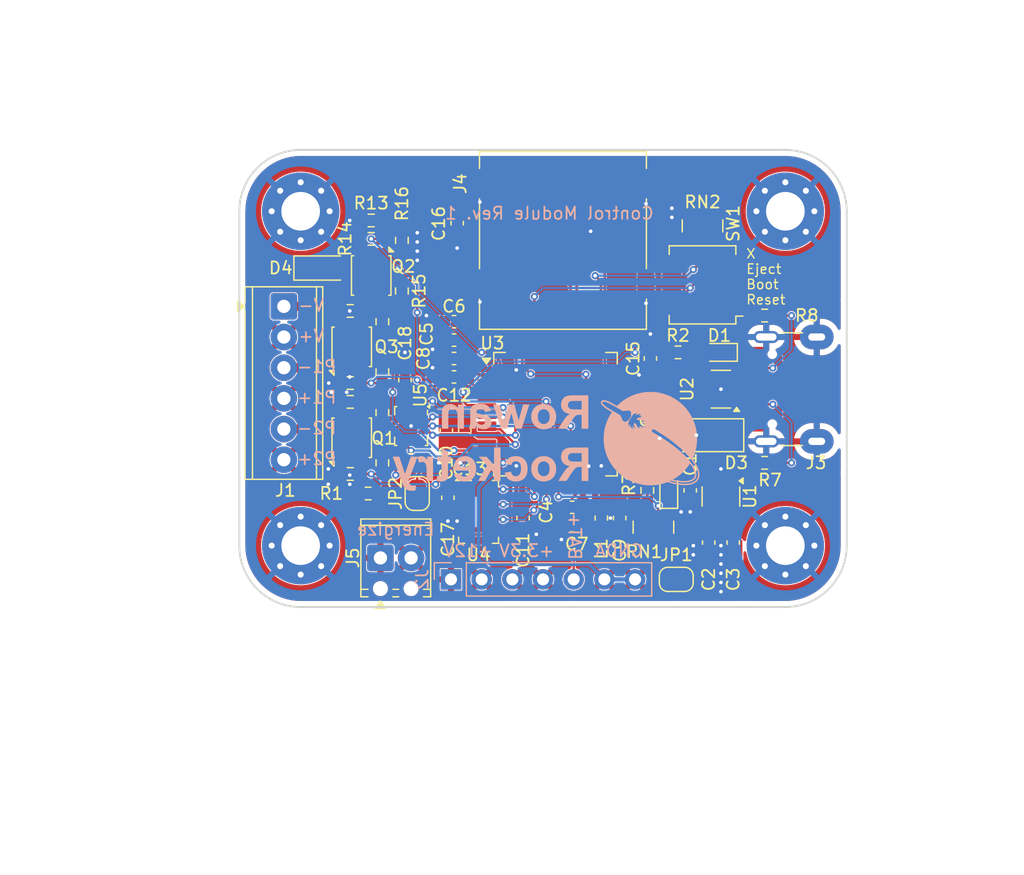
<source format=kicad_pcb>
(kicad_pcb (version 20241229) (generator "pcbnew") (generator_version "9.0")
  (layers (0 "F.Cu" signal) (2 "B.Cu" signal) (13 "F.Paste" user) (15 "B.Paste" user) (5 "F.SilkS" user "F.Silkscreen") (7 "B.SilkS" user "B.Silkscreen") (1 "F.Mask" user) (3 "B.Mask" user) (25 "Edge.Cuts" user))
  (net 0 "")
  (net 1 "/MCU/VDDSMPS")
  (net 2 "GNDD")
  (net 3 "+3.3V")
  (net 4 "/MCU/VDD11")
  (net 5 "+12V")
  (net 6 "GNDA")
  (net 7 "VDDA")
  (net 8 "/MCU/VBAT")
  (net 9 "/V_USB")
  (net 10 "/NRST")
  (net 11 "/MCU/SD_CLK")
  (net 12 "/MCU/SD_DAT0")
  (net 13 "/MCU/SD_CMD")
  (net 14 "/MCU/USB_DP")
  (net 15 "/MCU/USB_DN")
  (net 16 "/BOOT0")
  (net 17 "/SD_EJECT")
  (net 18 "/IMU Sensors/pres_mosi")
  (net 19 "/IMU Sensors/imu_int2")
  (net 20 "Net-(D1-A)")
  (net 21 "/IMU Sensors/imu_miso")
  (net 22 "/MicroSD Card/SD_DAT2")
  (net 23 "/IMU Sensors/pres_miso")
  (net 24 "/IMU Sensors/imu_sclk")
  (net 25 "/IMU Sensors/pres_sclk")
  (net 26 "/IMU Sensors/imu_int1")
  (net 27 "/IMU Sensors/pres_cs")
  (net 28 "/IMU Sensors/imu_mosi")
  (net 29 "/IMU Sensors/imu_cs")
  (net 32 "/MicroSD Card/SD_DAT3")
  (net 33 "/MicroSD Card/SD_DAT1")
  (net 35 "Net-(U1-BP)")
  (net 36 "Net-(D2-A)")
  (net 37 "/Pyro Controller 2/Out")
  (net 38 "/Pyro Controller 1/Out")
  (net 39 "/Valve Controller/Out")
  (net 40 "Net-(J3-D--PadA7)")
  (net 41 "Net-(J3-CC2)")
  (net 42 "Net-(J3-D+-PadA6)")
  (net 45 "Net-(J3-CC1)")
  (net 46 "Net-(U3-VLXSMPS)")
  (net 47 "Net-(Q1-G)")
  (net 48 "Net-(Q2-G)")
  (net 49 "Net-(Q3-G)")
  (net 74 "/Recovery Power")
  (net 75 "Net-(RN1-R1.2)")
  (net 76 "+BATT")
  (net 77 "Net-(RN1-R2.1)")
  (net 78 "/Bat Sense")
  (net 79 "/MCU/ADC1_IN15")
  (net 80 "/MCU/ADC1_IN5")
  (net 81 "/MCU/ADC1_IN6")
  (net 82 "/MCU/PYRO2_FIRE")
  (net 83 "/MCU/VALVE_FIRE")
  (net 84 "/MCU/PYRO1_FIRE")
  (net 85 "Net-(RN2-R4.2)")
  (footprint "Resistor_SMD:R_0603_1608Metric_Pad0.98x0.95mm_HandSolder" (layer "F.Cu") (at 127.161 77.978 90)
    (property "Reference" "R10" (hide yes))
    (property "Value" "1k")
  )
  (footprint "Resistor_SMD:R_0603_1608Metric_Pad0.98x0.95mm_HandSolder" (layer "F.Cu") (at 126.238 57.912)
    (property "Reference" "R13")
    (property "Value" "3.3k")
  )
  (footprint "Package_SO:Vishay_PowerPAK_1212-8_Single" (layer "F.Cu") (at 124.624 68.3755 90)
    (property "Reference" "Q3")
    (property "Value" "SiS454DN")
  )
  (footprint "MountingHole:MountingHole_3.2mm_M3_Pad_Via" (layer "F.Cu") (at 160.528 84.836)
    (property "Reference" "H1" (hide yes))
    (property "Value" "MountingHole_Pad")
  )
  (footprint "Resistor_SMD:R_0603_1608Metric_Pad0.98x0.95mm_HandSolder" (layer "F.Cu") (at 124.497 65.405)
    (property "Reference" "R20" (hide yes))
    (property "Value" "22k")
  )
  (footprint "Capacitor_SMD:C_0603_1608Metric_Pad1.08x0.95mm_HandSolder" (layer "F.Cu") (at 132.461 75.311 90)
    (property "Reference" "C10")
    (property "Value" "1uF")
  )
  (footprint "TerminalBlock_Phoenix:TerminalBlock_Phoenix_MPT-0,5-6-2.54_1x06_P2.54mm_Horizontal" (layer "F.Cu") (at 119.0045 65.024 -90)
    (property "Reference" "J1")
    (property "Value" "Screw_Terminal_01x06")
  )
  (footprint "Resistor_SMD:R_0603_1608Metric_Pad0.98x0.95mm_HandSolder" (layer "F.Cu") (at 124.497 72.932)
    (property "Reference" "R12" (hide yes))
    (property "Value" "22k")
  )
  (footprint "Resistor_SMD:R_0603_1608Metric" (layer "F.Cu") (at 151.638 68.834)
    (property "Reference" "R2")
    (property "Value" "1k")
  )
  (footprint "Package_SO:Vishay_PowerPAK_1212-8_Single" (layer "F.Cu") (at 124.624 75.9025 90)
    (property "Reference" "Q1")
    (property "Value" "SiS454DN")
  )
  (footprint "Resistor_SMD:R_Array_Convex_4x0612" (layer "F.Cu") (at 153.67 58.358 -90)
    (property "Reference" "RN2")
    (property "Value" "10k")
  )
  (footprint "MountingHole:MountingHole_3.2mm_M3_Pad_Via" (layer "F.Cu") (at 120.396 57.15)
    (property "Reference" "H4" (hide yes))
    (property "Value" "MountingHole_Pad")
  )
  (footprint "Capacitor_SMD:C_0603_1608Metric" (layer "F.Cu") (at 152.654 80.264 -90)
    (property "Reference" "C1")
    (property "Value" "1uF")
  )
  (footprint "Package_LGA:LGA-8_3x5mm_P1.25mm" (layer "F.Cu") (at 135.128 82.042)
    (property "Reference" "U4")
    (property "Value" "MS5607-02BA")
  )
  (footprint "Capacitor_SMD:C_0603_1608Metric_Pad1.08x0.95mm_HandSolder" (layer "F.Cu") (at 133.096 70.866 180)
    (property "Reference" "C12")
    (property "Value" "100nF")
  )
  (footprint "Capacitor_SMD:C_0603_1608Metric" (layer "F.Cu") (at 154.178 84.582 -90)
    (property "Reference" "C2")
    (property "Value" "0.01uF")
  )
  (footprint "Jumper:SolderJumper-2_P1.3mm_Open_RoundedPad1.0x1.5mm" (layer "F.Cu") (at 130.048 80.518 90)
    (property "Reference" "JP2")
    (property "Value" "SolderJumper_2_Open")
  )
  (footprint "Package_LGA:LGA-14_3x2.5mm_P0.5mm_LayoutBorder3x4y" (layer "F.Cu") (at 129.54 74.93 -90)
    (property "Reference" "U5")
    (property "Value" "LSM6DSL")
  )
  (footprint "MountingHole:MountingHole_3.2mm_M3_Pad_Via" (layer "F.Cu") (at 120.396 84.836)
    (property "Reference" "H3" (hide yes))
    (property "Value" "MountingHole_Pad")
  )
  (footprint "Resistor_SMD:R_0603_1608Metric_Pad0.98x0.95mm_HandSolder" (layer "F.Cu") (at 126.238 59.436 180)
    (property "Reference" "R14")
    (property "Value" "1k")
  )
  (footprint "Capacitor_SMD:C_0603_1608Metric_Pad1.08x0.95mm_HandSolder" (layer "F.Cu") (at 142.875 81.661 180)
    (property "Reference" "C4")
    (property "Value" "10uF")
  )
  (footprint "Resistor_SMD:R_0603_1608Metric_Pad0.98x0.95mm_HandSolder" (layer "F.Cu") (at 128.778 59.563 -90)
    (property "Reference" "R16")
    (property "Value" "22k")
  )
  (footprint "Capacitor_SMD:C_0603_1608Metric" (layer "F.Cu") (at 156.21 84.582 -90)
    (property "Reference" "C3")
    (property "Value" "1uF")
  )
  (footprint "Resistor_SMD:R_0603_1608Metric_Pad0.98x0.95mm_HandSolder" (layer "F.Cu") (at 127.161 66.294 -90)
    (property "Reference" "R19" (hide yes))
    (property "Value" "100k")
  )
  (footprint "Resistor_SMD:R_0603_1608Metric" (layer "F.Cu") (at 125.984 80.518)
    (property "Reference" "R1")
    (property "Value" "1k")
  )
  (footprint "Resistor_SMD:R_0603_1608Metric" (layer "F.Cu") (at 158.813 65.786 180)
    (property "Reference" "R8")
    (property "Value" "5.1k")
  )
  (footprint "Package_TO_SOT_SMD:SOT-23-5" (layer "F.Cu") (at 155.194 80.772 -90)
    (property "Reference" "U1")
    (property "Value" "TC2185-3.3VxCTTR")
  )
  (footprint "Resistor_SMD:R_0603_1608Metric" (layer "F.Cu") (at 158.813 77.978 180)
    (property "Reference" "R7")
    (property "Value" "5.1k")
  )
  (footprint "Jumper:SolderJumper-2_P1.3mm_Open_RoundedPad1.0x1.5mm" (layer "F.Cu") (at 151.496 87.63 180)
    (property "Reference" "JP1")
    (property "Value" "SolderJumper_2_Open")
  )
  (footprint "Diode_SMD:D_SOD-123F" (layer "F.Cu") (at 122.047 61.849)
    (property "Reference" "D4")
    (property "Value" "B350A-13-F")
  )
  (footprint "Resistor_SMD:R_0603_1608Metric_Pad0.98x0.95mm_HandSolder" (layer "F.Cu") (at 128.778 63.754 -90)
    (property "Reference" "R15")
    (property "Value" "100k")
  )
  (footprint "Resistor_SMD:R_0603_1608Metric_Pad0.98x0.95mm_HandSolder" (layer "F.Cu") (at 124.497 78.901)
    (property "Reference" "R9" (hide yes))
    (property "Value" "3.3k")
  )
  (footprint "TerminalBlock_Phoenix:TerminalBlock_Phoenix_MPT-0,5-2-2.54_1x02_P2.54mm_Horizontal" (layer "F.Cu") (at 127 85.852)
    (property "Reference" "J5")
    (property "Value" "Screw_Terminal_01x02")
  )
  (footprint "MountingHole:MountingHole_3.2mm_M3_Pad_Via" (layer "F.Cu") (at 160.528 57.15)
    (property "Reference" "H2" (hide yes))
    (property "Value" "MountingHole_Pad")
  )
  (footprint "Capacitor_SMD:C_0603_1608Metric_Pad1.08x0.95mm_HandSolder" (layer "F.Cu") (at 133.359 58.1345 -90)
    (property "Reference" "C16")
    (property "Value" "10u")
  )
  (footprint "Capacitor_SMD:C_0603_1608Metric_Pad1.08x0.95mm_HandSolder" (layer "F.Cu") (at 133.096 69.342 180)
    (property "Reference" "C8")
    (property "Value" "100nF")
  )
  (footprint "Capacitor_SMD:C_0603_1608Metric_Pad1.08x0.95mm_HandSolder" (layer "F.Cu") (at 149.098 76.835 90)
    (property "Reference" "C14")
    (property "Value" "100nF")
  )
  (footprint "Resistor_SMD:R_Array_Convex_4x0612" (layer "F.Cu") (at 149.606 83.312 90)
    (property "Reference" "RN1")
    (property "Value" "10k")
  )
  (footprint "Package_TO_SOT_SMD:SOT-23-6" (layer "F.Cu") (at 155.194 71.882 180)
    (property "Reference" "U2")
    (property "Value" "USBLC6-2SC6")
  )
  (footprint "Resistor_SMD:R_0603_1608Metric_Pad0.98x0.95mm_HandSolder" (layer "F.Cu") (at 127.161 73.821 -90)
    (property "Reference" "R11" (hide yes))
    (property "Value" "100k")
  )
  (footprint "Button_Switch_SMD:SW_DIP_SPSTx04_Slide_Copal_CHS-04A_W5.08mm_P1.27mm_JPin" (layer "F.Cu") (at 153.67 63.246 180)
    (property "Reference" "SW1")
    (property "Value" "SW_DIP_x04")
  )
  (footprint "Capacitor_SMD:C_0603_1608Metric_Pad1.08x0.95mm_HandSolder" (layer "F.Cu") (at 133.985 75.311 90)
    (property "Reference" "C13")
    (property "Value" "100nF")
  )
  (footprint "Capacitor_SMD:C_0603_1608Metric_Pad1.08x0.95mm_HandSolder" (layer "F.Cu") (at 142.875 83.185 180)
    (property "Reference" "C7")
    (property "Value" "100nF")
  )
  (footprint "Capacitor_SMD:C_0603_1608Metric_Pad1.08x0.95mm_HandSolder" (layer "F.Cu") (at 133.096 66.294 180)
    (property "Reference" "C6")
    (property "Value" "2.2uF")
  )
  (footprint "Capacitor_SMD:C_0603_1608Metric_Pad1.08x0.95mm_HandSolder" (layer "F.Cu") (at 138.811 82.55 -90)
    (property "Reference" "C11")
    (property "Value" "100nF")
  )
  (footprint "Connector_Card:microSD_HC_Molex_47219-2001" (layer "F.Cu") (at 142.113 59.563)
    (property "Reference" "J4")
    (property "Value" "Micro_SD_Card")
  )
  (footprint "Resistor_SMD:R_0603_1608Metric_Pad0.98x0.95mm_HandSolder" (layer "F.Cu") (at 127.161 70.451 90)
    (property "Reference" "R18" (hide yes))
    (property "Value" "1k")
  )
  (footprint "Capacitor_SMD:C_0603_1608Metric_Pad1.08x0.95mm_HandSolder" (layer "F.Cu") (at 129.54 77.724)
    (property "Reference" "C19" (hide yes))
    (property "Value" "100nF")
  )
  (footprint "Capacitor_SMD:C_0603_1608Metric_Pad1.08x0.95mm_HandSolder" (layer "F.Cu") (at 132.588 80.8725 -90)
    (property "Reference" "C17")
    (property "Value" "100nF")
  )
  (footprint "Capacitor_SMD:C_0603_1608Metric_Pad1.08x0.95mm_HandSolder" (layer "F.Cu") (at 146.812 82.55 -90)
    (property "Reference" "C9")
    (property "Value" "2.2uF")
  )
  (footprint "Resistor_SMD:R_0603_1608Metric" (layer "F.Cu") (at 149.098 80.264 -90)
    (property "Reference" "R3")
    (property "Value" "1k")
  )
  (footprint "LED_SMD:LED_0603_1608Metric" (layer "F.Cu") (at 150.876 80.264 90)
    (property "Reference" "D2")
    (property "Value" "LED")
  )
  (footprint "LED_SMD:LED_0603_1608Metric" (layer "F.Cu") (at 155.067 68.834 180)
    (property "Reference" "D1")
    (property "Value" "LED")
  )
  (footprint "Capacitor_SMD:C_0603_1608Metric_Pad1.08x0.95mm_HandSolder" (layer "F.Cu") (at 129.032 71.12 90)
    (property "Reference" "C18")
    (property "Value" "10uF")
  )
  (footprint "Capacitor_SMD:C_0603_1608Metric_Pad1.08x0.95mm_HandSolder" (layer "F.Cu") (at 133.096 67.818 180)
    (property "Reference" "C5")
    (property "Value" "10uF")
  )
  (footprint "Diode_SMD:D_SOD-128" (layer "F.Cu") (at 153.924 75.692 180)
    (property "Reference" "D3")
    (property "Value" "VS5V0UA1LAMTR")
  )
  (footprint "Resistor_SMD:R_0603_1608Metric_Pad0.98x0.95mm_HandSolder" (layer "F.Cu") (at 124.497 71.374)
    (property "Reference" "R17" (hide yes))
    (property "Value" "3.3k")
  )
  (footprint "Package_SO:Vishay_PowerPAK_1212-8_Single" (layer "F.Cu") (at 126.238 62.4685 -90)
    (property "Reference" "Q2")
    (property "Value" "SiS454DN")
  )
  (footprint "Connector_USB:USB_C_Receptacle_GCT_USB4105-xx-A_16P_TopMnt_Horizontal" (layer "F.Cu") (at 162.052 71.882 90)
    (property "Reference" "J3")
    (property "Value" "USB_C_Receptacle_USB2.0_16P")
  )
  (footprint "Inductor_SMD:L_0603_1608Metric_Pad1.05x0.95mm_HandSolder" (layer "F.Cu") (at 145.288 82.55 -90)
    (property "Reference" "L1")
    (property "Value" "2.2uH")
  )
  (footprint "Package_QFP:LQFP-64_10x10mm_P0.5mm" (layer "F.Cu") (at 141.499 73.951)
    (property "Reference" "U3")
    (property "Value" "STM32U545RETxQ")
  )
  (footprint "Capacitor_SMD:C_0603_1608Metric_Pad1.08x0.95mm_HandSolder" (layer "F.Cu") (at 149.352 69.342 90)
    (property "Reference" "C15")
    (property "Value" "100nF")
  )
  (footprint "Connector_PinHeader_2.54mm:PinHeader_1x07_P2.54mm_Vertical" (layer "B.Cu") (at 132.842 87.63 -90)
    (property "Reference" "J2")
    (property "Value" "Conn_01x07_Pin")
  )
  (footprint "LOGO" (layer "B.Cu") (at 140.716 76.2 180)
    (property "Reference" "G***" (hide yes))
    (property "Value" "LOGO" (hide yes))
  )
  (gr_line (start 160.528 52.069998) (end 120.396002 52.069998) (stroke (width 0.16)) (layer "Edge.Cuts"))
  (gr_arc (start 115.316 57.15) (mid 116.803898 53.557897) (end 120.396002 52.069998) (stroke (width 0.16)) (layer "Edge.Cuts"))
  (gr_line (start 115.316 57.15) (end 115.316 84.836) (stroke (width 0.16)) (layer "Edge.Cuts"))
  (gr_line (start 120.396002 89.916002) (end 160.528 89.916002) (stroke (width 0.16)) (layer "Edge.Cuts"))
  (gr_line (start 165.608002 84.836) (end 165.608002 57.15) (stroke (width 0.16)) (layer "Edge.Cuts"))
  (gr_arc (start 160.528 52.069998) (mid 164.120104 53.557896) (end 165.608002 57.15) (stroke (width 0.16)) (layer "Edge.Cuts"))
  (gr_arc (start 165.608002 84.836) (mid 164.120104 88.428104) (end 160.528 89.916002) (stroke (width 0.16)) (layer "Edge.Cuts"))
  (gr_arc (start 120.396002 89.916002) (mid 116.803897 88.428105) (end 115.316 84.836) (stroke (width 0.16)) (layer "Edge.Cuts"))
  (gr_text "X\nEject\nBoot\nReset" (at 157.226 64.931 0) (layer "F.SilkS") (effects (font (size 0.7874 0.7874) (thickness 0.112486)) (justify left bottom)))
  (gr_text "P2+" (at 123.444 78.232 0) (layer "B.SilkS") (effects (font (size 1.016 1.016) (thickness 0.145143)) (justify left bottom mirror)))
  (gr_text "P1+" (at 123.444 73.152 0) (layer "B.SilkS") (effects (font (size 1.016 1.016) (thickness 0.145143)) (justify left bottom mirror)))
  (gr_text "+3.3V" (at 141.478 85.852 0) (layer "B.SilkS") (effects (font (size 1.016 1.016) (thickness 0.145143)) (justify left bottom mirror)))
  (gr_text "P2-" (at 123.444 75.692 0) (layer "B.SilkS") (effects (font (size 1.016 1.016) (thickness 0.145143)) (justify left bottom mirror)))
  (gr_text "P1-" (at 123.444 70.612 0) (layer "B.SilkS") (effects (font (size 1.016 1.016) (thickness 0.145143)) (justify left bottom mirror)))
  (gr_text "V+" (at 122.428 68.072 0) (layer "B.SilkS") (effects (font (size 1.016 1.016) (thickness 0.145143)) (justify left bottom mirror)))
  (gr_text "+12V" (at 136.398 85.852 0) (layer "B.SilkS") (effects (font (size 1.016 1.016) (thickness 0.145143)) (justify left bottom mirror)))
  (gr_text "GNDA" (at 148.844 85.852 0) (layer "B.SilkS") (effects (font (size 1.016 1.016) (thickness 0.145143)) (justify left bottom mirror)))
  (gr_text "BAT+" (at 142.494 86.106 270) (layer "B.SilkS") (effects (font (size 1.016 1.016) (thickness 0.145143)) (justify left bottom mirror)))
  (gr_text "Energize" (at 131.572 84.074 0) (layer "B.SilkS") (effects (font (size 1.016 1.016) (thickness 0.145143)) (justify left bottom mirror)))
  (gr_text "V-" (at 122.428 65.532 0) (layer "B.SilkS") (effects (font (size 1.016 1.016) (thickness 0.145143)) (justify left bottom mirror)))
  (gr_text "Control Module Rev. 1" (at 140.987 57.912 0) (layer "B.SilkS") (effects (font (size 1.016 1.016) (thickness 0.145143)) (justify bottom mirror)))
  (segment (start 143.761 79.638) (end 143.749 79.626) (width 0.2) (layer "F.Cu") (net 1))
  (segment (start 133.359 58.997) (end 133.359 60.189) (width 0.2) (layer "F.Cu") (net 2))
  (segment (start 125.3255 57.912) (end 124.46 57.912) (width 0.2) (layer "F.Cu") (net 2))
  (segment (start 150.0875 75.9725) (end 150.114 75.946) (width 0.2) (layer "F.Cu") (net 2))
  (segment (start 149.098 75.9725) (end 150.0875 75.9725) (width 0.2) (layer "F.Cu") (net 2))
  (segment (start 131.318 77.978) (end 131.064 77.724) (width 0.2) (layer "F.Cu") (net 2))
  (segment (start 151.6635 81.0515) (end 150.876 81.0515) (width 0.2) (layer "F.Cu") (net 2))
  (segment (start 148.988 54.863) (end 148.988 56.532) (width 0.2) (layer "F.Cu") (net 2))
  (segment (start 148.298 70.701) (end 147.174 70.701) (width 0.2) (layer "F.Cu") (net 2))
  (segment (start 151.892 81.28) (end 151.6635 81.0515) (width 0.2) (layer "F.Cu") (net 2))
  (segment (start 155.194 79.6345) (end 155.194 78.486) (width 0.2) (layer "F.Cu") (net 2))
  (segment (start 146.05 82.55) (end 146.558 82.55) (width 0.2) (layer "F.Cu") (net 2))
  (segment (start 130.81 65.786) (end 131.318 66.294) (width 0.2) (layer "F.Cu") (net 2))
  (segment (start 145.249 78.271) (end 145.249 79.626) (width 0.2) (layer "F.Cu") (net 2))
  (segment (start 156.3315 71.882) (end 155.194 71.882) (width 0.2) (layer "F.Cu") (net 2))
  (segment (start 135.238 54.863) (end 135.238 56.388) (width 0.2) (layer "F.Cu") (net 2))
  (segment (start 129.032 70.2575) (end 129.032 68.834) (width 0.2) (layer "F.Cu") (net 2))
  (segment (start 151.892 82.042) (end 151.892 81.28) (width 0.2) (layer "F.Cu") (net 2))
  (segment (start 152.654 81.039) (end 152.654 82.042) (width 0.2) (layer "F.Cu") (net 2))
  (segment (start 138.249 79.626) (end 138.249 78.232) (width 0.2) (layer "F.Cu") (net 2))
  (segment (start 151.724 75.692) (end 153.162 75.692) (width 0.2) (layer "F.Cu") (net 2))
  (segment (start 135.238 56.388) (end 135.238 56.498) (width 0.2) (layer "F.Cu") (net 2))
  (segment (start 133.359 60.189) (end 133.35 60.198) (width 0.2) (layer "F.Cu") (net 2))
  (segment (start 131.318 66.294) (end 132.2335 66.294) (width 0.2) (layer "F.Cu") (net 2))
  (segment (start 148.988 64.77) (end 148.988 64.88) (width 0.2) (layer "F.Cu") (net 2))
  (segment (start 144.408 57.463) (end 144.408 58.81) (width 0.2) (layer "F.Cu") (net 2))
  (segment (start 131.064 77.724) (end 130.4025 77.724) (width 0.2) (layer "F.Cu") (net 2))
  (segment (start 135.238 63.163) (end 135.238 64.66) (width 0.2) (layer "F.Cu") (net 2))
  (segment (start 123.5845 65.405) (end 124.46 65.405) (width 0.2) (layer "F.Cu") (net 2))
  (segment (start 139.909427 83.896757) (end 139.42517 83.4125) (width 0.2) (layer "F.Cu") (net 2))
  (segment (start 148.988 63.163) (end 148.988 64.77) (width 0.2) (layer "F.Cu") (net 2))
  (segment (start 149.352 68.4795) (end 149.352 67.31) (width 0.2) (layer "F.Cu") (net 2))
  (segment (start 131.826 77.978) (end 131.318 77.978) (width 0.2) (layer "F.Cu") (net 2))
  (segment (start 144.249 78.255) (end 144.249 79.626) (width 0.2) (layer "F.Cu") (net 2))
  (segment (start 146.812 82.804) (end 146.812 83.4125) (width 0.2) (layer "F.Cu") (net 2))
  (segment (start 138.249 68.276) (end 138.249 70.285) (width 0.2) (layer "F.Cu") (net 2))
  (segment (start 145.288 78.232) (end 145.249 78.271) (width 0.2) (layer "F.Cu") (net 2))
  (segment (start 146.558 82.55) (end 146.812 82.804) (width 0.2) (layer "F.Cu") (net 2))
  (segment (start 139.42517 83.4125) (end 138.811 83.4125) (width 0.2) (layer "F.Cu") (net 2))
  (via (at 122.722 71.374) (size 0.6) (drill 0.3) (layers "F.Cu" "B.Cu") (net 2))
  (via (at 155.194 78.486) (size 0.6) (drill 0.3) (layers "F.Cu" "B.Cu") (net 2))
  (via (at 124.206 72.136) (size 0.6) (drill 0.3) (layers "F.Cu" "B.Cu") (net 2))
  (via (at 131.318 70.104) (size 0.6) (drill 0.3) (layers "F.Cu" "B.Cu") (net 2))
  (via (at 150.114 75.946) (size 0.6) (drill 0.3) (layers "F.Cu" "B.Cu") (net 2))
  (via (at 133.35 60.198) (size 0.6) (drill 0.3) (layers "F.Cu" "B.Cu") (net 2))
  (via (at 138.249 70.285) (size 0.6) (drill 0.3) (layers "F.Cu" "B.Cu") (net 2))
  (via (at 124.46 65.405) (size 0.6) (drill 0.3) (layers "F.Cu" "B.Cu") (net 2))
  (via (at 151.892 82.042) (size 0.6) (drill 0.3) (layers "F.Cu" "B.Cu") (net 2))
  (via (at 155.194 87.122) (size 0.6) (drill 0.3) (layers "F.Cu" "B.Cu") (net 2))
  (via (at 130.048 61.214) (size 0.6) (drill 0.3) (layers "F.Cu" "B.Cu") (net 2))
  (via (at 135.238 64.66) (size 0.6) (drill 0.3) (layers "F.Cu" "B.Cu") (net 2))
  (via (at 151.13 56.896) (size 0.6) (drill 0.3) (layers "F.Cu" "B.Cu") (net 2))
  (via (at 155.194 84.836) (size 0.6) (drill 0.3) (layers "F.Cu" "B.Cu") (net 2))
  (via (at 148.988 64.77) (size 0.6) (drill 0.3) (layers "F.Cu" "B.Cu") (net 2))
  (via (at 155.194 87.884) (size 0.6) (drill 0.3) (layers "F.Cu" "B.Cu") (net 2))
  (via (at 129.54 74.93) (size 0.6) (drill 0.3) (layers "F.Cu" "B.Cu") (net 2))
  (via (at 144.408 58.81) (size 0.6) (drill 0.3) (layers "F.Cu" "B.Cu") (net 2))
  (via (at 129.032 68.834) (size 0.6) (drill 0.3) (layers "F.Cu" "B.Cu") (net 2))
  (via (at 131.318 68.58) (size 0.6) (drill 0.3) (layers "F.Cu" "B.Cu") (net 2))
  (via (at 155.194 85.598) (size 0.6) (drill 0.3) (layers "F.Cu" "B.Cu") (net 2))
  (via (at 135.238 56.388) (size 0.6) (drill 0.3) (layers "F.Cu" "B.Cu") (net 2))
  (via (at 124.46 79.756) (size 0.6) (drill 0.3) (layers "F.Cu" "B.Cu") (net 2))
  (via (at 131.826 77.978) (size 0.6) (drill 0.3) (layers "F.Cu" "B.Cu") (net 2))
  (via (at 124.46 70.866) (size 0.6) (drill 0.3) (layers "F.Cu" "B.Cu") (net 2))
  (via (at 130.048 59.69) (size 0.6) (drill 0.3) (layers "F.Cu" "B.Cu") (net 2))
  (via (at 152.908 84.836) (size 0.6) (drill 0.3) (layers "F.Cu" "B.Cu") (net 2))
  (via (at 132.588 82.804) (size 0.6) (drill 0.3) (layers "F.Cu" "B.Cu") (net 2))
  (via (at 146.05 82.55) (size 0.6) (drill 0.3) (layers "F.Cu" "B.Cu") (net 2))
  (via (at 155.194 86.36) (size 0.6) (drill 0.3) (layers "F.Cu" "B.Cu") (net 2))
  (via (at 141.986 84.328) (size 0.6) (drill 0.3) (layers "F.Cu" "B.Cu") (net 2))
  (via (at 153.162 75.692) (size 0.6) (drill 0.3) (layers "F.Cu" "B.Cu") (net 2))
  (via (at 130.048 60.452) (size 0.6) (drill 0.3) (layers "F.Cu" "B.Cu") (net 2))
  (via (at 133.35 82.804) (size 0.6) (drill 0.3) (layers "F.Cu" "B.Cu") (net 2))
  (via (at 149.352 67.31) (size 0.6) (drill 0.3) (layers "F.Cu" "B.Cu") (net 2))
  (via (at 122.682 79.756) (size 0.6) (drill 0.3) (layers "F.Cu" "B.Cu") (net 2))
  (via (at 148.4122 70.701) (size 0.6) (drill 0.3) (layers "F.Cu" "B.Cu") (net 2))
  (via (at 139.909427 83.896757) (size 0.6) (drill 0.3) (layers "F.Cu" "B.Cu") (net 2))
  (via (at 148.988 56.532) (size 0.6) (drill 0.3) (layers "F.Cu" "B.Cu") (net 2))
  (via (at 152.654 82.042) (size 0.6) (drill 0.3) (layers "F.Cu" "B.Cu") (net 2))
  (via (at 138.249 78.232) (size 0.6) (drill 0.3) (layers "F.Cu" "B.Cu") (net 2))
  (via (at 130.048 58.928) (size 0.6) (drill 0.3) (layers "F.Cu" "B.Cu") (net 2))
  (via (at 155.194 71.882) (size 0.6) (drill 0.3) (layers "F.Cu" "B.Cu") (net 2))
  (via (at 122.682 78.486) (size 0.6) (drill 0.3) (layers "F.Cu" "B.Cu") (net 2))
  (via (at 130.81 65.786) (size 0.6) (drill 0.3) (layers "F.Cu" "B.Cu") (net 2))
  (via (at 152.908 85.598) (size 0.6) (drill 0.3) (layers "F.Cu" "B.Cu") (net 2))
  (via (at 122.936 72.136) (size 0.6) (drill 0.3) (layers "F.Cu" "B.Cu") (net 2))
  (via (at 151.13 57.658) (size 0.6) (drill 0.3) (layers "F.Cu" "B.Cu") (net 2))
  (via (at 145.288 78.232) (size 0.6) (drill 0.3) (layers "F.Cu" "B.Cu") (net 2))
  (via (at 124.46 57.912) (size 0.6) (drill 0.3) (layers "F.Cu" "B.Cu") (net 2))
  (via (at 155.194 88.646) (size 0.6) (drill 0.3) (layers "F.Cu" "B.Cu") (net 2))
  (via (at 124.46 78.994) (size 0.6) (drill 0.3) (layers "F.Cu" "B.Cu") (net 2))
  (via (at 144.249 78.255) (size 0.6) (drill 0.3) (layers "F.Cu" "B.Cu") (net 2))
  (segment (start 156.144 81.9095) (end 156.144 83.741) (width 0.2) (layer "F.Cu") (net 3))
  (segment (start 156.144 83.741) (end 156.21 83.807) (width 0.2) (layer "F.Cu") (net 3))
  (segment (start 138.749 69.915) (end 139.446 70.612) (width 0.2) (layer "F.Cu") (net 4))
  (segment (start 144.018 77.247) (end 144.018 70.643) (width 0.2) (layer "F.Cu") (net 4))
  (segment (start 138.049 66.294) (end 133.7575 66.294) (width 0.2) (layer "F.Cu") (net 4))
  (segment (start 138.749 68.276) (end 138.749 66.994) (width 0.2) (layer "F.Cu") (net 4))
  (segment (start 144.749 77.978) (end 144.018 77.247) (width 0.2) (layer "F.Cu") (net 4))
  (segment (start 138.749 68.276) (end 138.749 69.915) (width 0.2) (layer "F.Cu") (net 4))
  (segment (start 144.749 79.626) (end 144.749 77.978) (width 0.2) (layer "F.Cu") (net 4))
  (segment (start 138.749 66.994) (end 138.049 66.294) (width 0.2) (layer "F.Cu") (net 4))
  (via (at 144.018 70.643) (size 0.6) (drill 0.3) (layers "F.Cu" "B.Cu") (net 4))
  (via (at 139.446 70.612) (size 0.6) (drill 0.3) (layers "F.Cu" "B.Cu") (net 4))
  (segment (start 139.477 70.643) (end 139.446 70.612) (width 0.2) (layer "B.Cu") (net 4))
  (segment (start 144.018 70.643) (end 139.477 70.643) (width 0.2) (layer "B.Cu") (net 4))
  (segment (start 137.16 77.978) (end 137.16 76.2) (width 0.3556) (layer "F.Cu") (net 6))
  (via (at 137.16 77.978) (size 0.6) (drill 0.3) (layers "F.Cu" "B.Cu") (net 6))
  (segment (start 136.144 86.36) (end 144.272 86.36) (width 0.3556) (layer "B.Cu") (net 6))
  (segment (start 135.128 80.01) (end 135.128 85.344) (width 0.3556) (layer "B.Cu") (net 6))
  (segment (start 137.16 77.978) (end 135.128 80.01) (width 0.3556) (layer "B.Cu") (net 6))
  (segment (start 148.082 87.63) (end 145.542 87.63) (width 0.3556) (layer "B.Cu") (net 6))
  (segment (start 144.272 86.36) (end 145.542 87.63) (width 0.3556) (layer "B.Cu") (net 6))
  (segment (start 135.128 85.344) (end 136.144 86.36) (width 0.3556) (layer "B.Cu") (net 6))
  (segment (start 130.556 78.486) (end 132.08 78.486) (width 0.2) (layer "F.Cu") (net 7))
  (segment (start 132.08 78.486) (end 132.461 78.105) (width 0.2) (layer "F.Cu") (net 7))
  (segment (start 130.048 78.994) (end 130.556 78.486) (width 0.2) (layer "F.Cu") (net 7))
  (segment (start 130.048 79.868) (end 130.048 78.994) (width 0.2) (layer "F.Cu") (net 7))
  (segment (start 132.461 78.105) (end 132.461 76.1735) (width 0.2) (layer "F.Cu") (net 7))
  (segment (start 150.46 70.203) (end 148.844 70.203) (width 0.1778) (layer "F.Cu") (net 9))
  (segment (start 150.813 69.85) (end 150.813 68.834) (width 0.1778) (layer "F.Cu") (net 9))
  (segment (start 150.813 69.85) (end 156.718 69.85) (width 0.1778) (layer "F.Cu") (net 9))
  (segment (start 157.086 69.482) (end 158.372 69.482) (width 0.1778) (layer "F.Cu") (net 9))
  (segment (start 150.813 68.9215) (end 150.7255 68.834) (width 0.1778) (layer "F.Cu") (net 9))
  (segment (start 150.813 69.85) (end 150.46 70.203) (width 0.1778) (layer "F.Cu") (net 9))
  (segment (start 148.842 70.201) (end 148.844 70.203) (width 0.1778) (layer "F.Cu") (net 9))
  (segment (start 147.174 70.201) (end 148.842 70.201) (width 0.1778) (layer "F.Cu") (net 9))
  (segment (start 156.718 69.85) (end 157.086 69.482) (width 0.1778) (layer "F.Cu") (net 9))
  (segment (start 152.273 65.151) (end 154.94 62.484) (width 0.2) (layer "F.Cu") (net 10))
  (segment (start 134.161 73.201) (end 133.858 72.898) (width 0.2) (layer "F.Cu") (net 10))
  (segment (start 148.082 66.802) (end 149.733 65.151) (width 0.2) (layer "F.Cu") (net 10))
  (segment (start 148.082 68.834) (end 148.082 66.802) (width 0.2) (layer "F.Cu") (net 10))
  (segment (start 149.733 65.151) (end 151.13 65.151) (width 0.2) (layer "F.Cu") (net 10))
  (segment (start 154.94 62.484) (end 154.94 59.058) (width 0.2) (layer "F.Cu") (net 10))
  (segment (start 133.858 72.898) (end 133.858 72.136) (width 0.2) (layer "F.Cu") (net 10))
  (segment (start 135.824 73.201) (end 134.161 73.201) (width 0.2) (layer "F.Cu") (net 10))
  (segment (start 152.273 65.151) (end 151.13 65.151) (width 0.2) (layer "F.Cu") (net 10))
  (via (at 148.082 68.834) (size 0.6) (drill 0.3) (layers "F.Cu" "B.Cu") (net 10))
  (via (at 133.858 72.136) (size 0.6) (drill 0.3) (layers "F.Cu" "B.Cu") (net 10))
  (segment (start 147.32 68.834) (end 146.558 69.596) (width 0.2) (layer "B.Cu") (net 10))
  (segment (start 136.398 69.596) (end 133.858 72.136) (width 0.2) (layer "B.Cu") (net 10))
  (segment (start 146.558 69.596) (end 136.398 69.596) (width 0.2) (layer "B.Cu") (net 10))
  (segment (start 148.082 68.834) (end 147.32 68.834) (width 0.2) (layer "B.Cu") (net 10))
  (segment (start 143.249 57.531) (end 143.181 57.463) (width 0.2) (layer "F.Cu") (net 11))
  (segment (start 143.249 68.276) (end 143.249 57.531) (width 0.2) (layer "F.Cu") (net 11))
  (segment (start 145.948 74.701) (end 145.5762 74.3292) (width 0.2) (layer "F.Cu") (net 12))
  (segment (start 145.5762 74.3292) (end 145.5762 57.6582) (width 0.2) (layer "F.Cu") (net 12))
  (segment (start 145.5762 57.6582) (end 145.381 57.463) (width 0.2) (layer "F.Cu") (net 12))
  (segment (start 147.174 74.701) (end 145.948 74.701) (width 0.2) (layer "F.Cu") (net 12))
  (segment (start 141.097 57.579) (end 140.981 57.463) (width 0.2) (layer "F.Cu") (net 13))
  (segment (start 142.749 63.374) (end 141.097 61.722) (width 0.2) (layer "F.Cu") (net 13))
  (segment (start 142.749 68.276) (end 142.749 63.374) (width 0.2) (layer "F.Cu") (net 13))
  (segment (start 141.097 61.722) (end 141.097 57.579) (width 0.2) (layer "F.Cu") (net 13))
  (segment (start 152.327 71.701) (end 147.174 71.701) (width 0.2) (layer "F.Cu") (net 14))
  (segment (start 154.0565 70.932) (end 153.096 70.932) (width 0.2) (layer "F.Cu") (net 14))
  (segment (start 153.096 70.932) (end 152.327 71.701) (width 0.2) (layer "F.Cu") (net 14))
  (segment (start 152.338 72.201) (end 147.174 72.201) (width 0.2) (layer "F.Cu") (net 15))
  (segment (start 152.969 72.832) (end 152.338 72.201) (width 0.2) (layer "F.Cu") (net 15))
  (segment (start 154.0565 72.832) (end 152.969 72.832) (width 0.2) (layer "F.Cu") (net 15))
  (segment (start 152.273 63.881) (end 152.654 63.5) (width 0.2) (layer "F.Cu") (net 16))
  (segment (start 152.654 63.5) (end 154.07 62.084) (width 0.2) (layer "F.Cu") (net 16))
  (segment (start 154.07 62.084) (end 154.07 59.058) (width 0.2) (layer "F.Cu") (net 16))
  (segment (start 139.749 64.213) (end 139.749 68.276) (width 0.2) (layer "F.Cu") (net 16))
  (segment (start 151.13 63.881) (end 152.273 63.881) (width 0.2) (layer "F.Cu") (net 16))
  (via (at 152.654 63.5) (size 0.6) (drill 0.3) (layers "F.Cu" "B.Cu") (net 16))
  (via (at 139.749 64.213) (size 0.6) (drill 0.3) (layers "F.Cu" "B.Cu") (net 16))
  (segment (start 140.462 63.5) (end 139.749 64.213) (width 0.2) (layer "B.Cu") (net 16))
  (segment (start 152.654 63.5) (end 140.462 63.5) (width 0.2) (layer "B.Cu") (net 16))
  (segment (start 153.27 61.614) (end 153.27 59.058) (width 0.2) (layer "F.Cu") (net 17))
  (segment (start 152.908 61.976) (end 153.27 61.614) (width 0.2) (layer "F.Cu") (net 17))
  (segment (start 145.249 68.276) (end 145.249 62.953) (width 0.2) (layer "F.Cu") (net 17))
  (segment (start 145.249 62.953) (end 144.78 62.484) (width 0.2) (layer "F.Cu") (net 17))
  (segment (start 152.273 62.611) (end 151.13 62.611) (width 0.2) (layer "F.Cu") (net 17))
  (segment (start 152.908 61.976) (end 152.273 62.611) (width 0.2) (layer "F.Cu") (net 17))
  (via (at 144.78 62.484) (size 0.6) (drill 0.3) (layers "F.Cu" "B.Cu") (net 17))
  (via (at 152.908 61.976) (size 0.6) (drill 0.3) (layers "F.Cu" "B.Cu") (net 17))
  (segment (start 152.908 61.976) (end 152.4 62.484) (width 0.2) (layer "B.Cu") (net 17))
  (segment (start 152.4 62.484) (end 144.78 62.484) (width 0.2) (layer "B.Cu") (net 17))
  (segment (start 140.749 80.993) (end 140.749 79.626) (width 0.2) (layer "F.Cu") (net 18))
  (segment (start 136.203 81.417) (end 137.043 81.417) (width 0.2) (layer "F.Cu") (net 18))
  (via (at 140.749 80.993) (size 0.6) (drill 0.3) (layers "F.Cu" "B.Cu") (net 18))
  (via (at 137.16 81.417) (size 0.6) (drill 0.3) (layers "F.Cu" "B.Cu") (net 18))
  (segment (start 140.749 80.993) (end 140.716 81.026) (width 0.2) (layer "B.Cu") (net 18))
  (segment (start 140.716 81.046) (end 140.345 81.417) (width 0.2) (layer "B.Cu") (net 18))
  (segment (start 140.345 81.417) (end 137.16 81.417) (width 0.2) (layer "B.Cu") (net 18))
  (segment (start 140.716 81.026) (end 140.716 81.046) (width 0.2) (layer "B.Cu") (net 18))
  (segment (start 129.29 76.712) (end 129.29 76.193) (width 0.2) (layer "F.Cu") (net 19))
  (segment (start 135.824 75.201) (end 136.923 75.201) (width 0.2) (layer "F.Cu") (net 19))
  (segment (start 129.54 76.962) (end 129.29 76.712) (width 0.2) (layer "F.Cu") (net 19))
  (segment (start 136.923 75.201) (end 138.176 76.454) (width 0.2) (layer "F.Cu") (net 19))
  (via (at 138.176 76.454) (size 0.6) (drill 0.3) (layers "F.Cu" "B.Cu") (net 19))
  (via (at 129.54 76.962) (size 0.6) (drill 0.3) (layers "F.Cu" "B.Cu") (net 19))
  (segment (start 129.54 76.962) (end 131.064 76.962) (width 0.2) (layer "B.Cu") (net 19))
  (segment (start 134.62 76.454) (end 138.176 76.454) (width 0.2) (layer "B.Cu") (net 19))
  (segment (start 133.604 77.47) (end 134.62 76.454) (width 0.2) (layer "B.Cu") (net 19))
  (segment (start 131.572 77.47) (end 133.604 77.47) (width 0.2) (layer "B.Cu") (net 19))
  (segment (start 131.064 76.962) (end 131.572 77.47) (width 0.2) (layer "B.Cu") (net 19))
  (segment (start 152.5505 68.834) (end 154.192 68.834) (width 0.2) (layer "F.Cu") (net 20))
  (segment (start 131.064 73.66) (end 134.366 73.66) (width 0.2) (layer "F.Cu") (net 21))
  (segment (start 130.29 73.7675) (end 130.9565 73.7675) (width 0.2) (layer "F.Cu") (net 21))
  (segment (start 130.9565 73.7675) (end 131.064 73.66) (width 0.2) (layer "F.Cu") (net 21))
  (segment (start 134.6372 73.9312) (end 134.6372 74.4392) (width 0.2) (layer "F.Cu") (net 21))
  (segment (start 134.899 74.701) (end 135.824 74.701) (width 0.2) (layer "F.Cu") (net 21))
  (segment (start 134.6372 74.4392) (end 134.899 74.701) (width 0.2) (layer "F.Cu") (net 21))
  (segment (start 134.366 73.66) (end 134.6372 73.9312) (width 0.2) (layer "F.Cu") (net 21))
  (segment (start 139.7 81.8932) (end 140.249 81.3442) (width 0.2) (layer "F.Cu") (net 23))
  (segment (start 137.023 82.667) (end 137.14 82.55) (width 0.2) (layer "F.Cu") (net 23))
  (segment (start 137.14 82.55) (end 137.16 82.55) (width 0.2) (layer "F.Cu") (net 23))
  (segment (start 136.203 82.667) (end 137.023 82.667) (width 0.2) (layer "F.Cu") (net 23))
  (segment (start 140.249 81.3442) (end 140.249 79.626) (width 0.2) (layer "F.Cu") (net 23))
  (via (at 139.7 81.8932) (size 0.6) (drill 0.3) (layers "F.Cu" "B.Cu") (net 23))
  (via (at 137.16 82.667) (size 0.6) (drill 0.3) (layers "F.Cu" "B.Cu") (net 23))
  (segment (start 139.7 81.8932) (end 138.9262 82.667) (width 0.2) (layer "B.Cu") (net 23))
  (segment (start 138.9262 82.667) (end 137.16 82.667) (width 0.2) (layer "B.Cu") (net 23))
  (segment (start 142.749 79.626) (end 142.749 74.931) (width 0.2) (layer "F.Cu") (net 24))
  (segment (start 130.606 74.93) (end 131.318 74.93) (width 0.2) (layer "F.Cu") (net 24))
  (via (at 142.748 74.93) (size 0.6) (drill 0.3) (layers "F.Cu" "B.Cu") (net 24))
  (via (at 131.318 74.93) (size 0.6) (drill 0.3) (layers "F.Cu" "B.Cu") (net 24))
  (segment (start 131.318 74.93) (end 142.748 74.93) (width 0.2) (layer "B.Cu") (net 24))
  (segment (start 139.749 79.626) (end 139.749 80.772) (width 0.2) (layer "F.Cu") (net 25))
  (segment (start 137.16 80.167) (end 136.203 80.167) (width 0.2) (layer "F.Cu") (net 25))
  (segment (start 139.749 80.772) (end 139.749 80.977) (width 0.2) (layer "F.Cu") (net 25))
  (via (at 139.749 80.772) (size 0.6) (drill 0.3) (layers "F.Cu" "B.Cu") (net 25))
  (via (at 137.16 80.167) (size 0.6) (drill 0.3) (layers "F.Cu" "B.Cu") (net 25))
  (segment (start 137.16 80.167) (end 139.144 80.167) (width 0.2) (layer "B.Cu") (net 25))
  (segment (start 139.144 80.167) (end 139.749 80.772) (width 0.2) (layer "B.Cu") (net 25))
  (segment (start 128.79 73.14) (end 128.79 73.667) (width 0.2) (layer "F.Cu") (net 26))
  (segment (start 129.061853 72.868147) (end 128.79 73.14) (width 0.2) (layer "F.Cu") (net 26))
  (segment (start 131.318 72.868147) (end 129.061853 72.868147) (width 0.2) (layer "F.Cu") (net 26))
  (segment (start 137.16 73.406) (end 136.865 73.701) (width 0.2) (layer "F.Cu") (net 26))
  (segment (start 136.865 73.701) (end 135.824 73.701) (width 0.2) (layer "F.Cu") (net 26))
  (via (at 137.16 73.406) (size 0.6) (drill 0.3) (layers "F.Cu" "B.Cu") (net 26))
  (via (at 131.318 72.868147) (size 0.6) (drill 0.3) (layers "F.Cu" "B.Cu") (net 26))
  (segment (start 131.855853 73.406) (end 137.16 73.406) (width 0.2) (layer "B.Cu") (net 26))
  (segment (start 131.318 72.868147) (end 131.855853 73.406) (width 0.2) (layer "B.Cu") (net 26))
  (segment (start 137.063 83.917) (end 137.749 83.231) (width 0.2) (layer "F.Cu") (net 27))
  (segment (start 134.307 83.917) (end 137.063 83.917) (width 0.2) (layer "F.Cu") (net 27))
  (segment (start 137.749 83.231) (end 137.749 79.626) (width 0.2) (layer "F.Cu") (net 27))
  (segment (start 130.606 74.43) (end 131.056 74.43) (width 0.2) (layer "F.Cu") (net 28))
  (segment (start 131.056 74.43) (end 131.318 74.168) (width 0.2) (layer "F.Cu") (net 28))
  (segment (start 137.16 74.201) (end 135.824 74.201) (width 0.2) (layer "F.Cu") (net 28))
  (via (at 131.318 74.168) (size 0.6) (drill 0.3) (layers "F.Cu" "B.Cu") (net 28))
  (via (at 137.16 74.201) (size 0.6) (drill 0.3) (layers "F.Cu" "B.Cu") (net 28))
  (segment (start 137.127 74.168) (end 137.16 74.201) (width 0.2) (layer "B.Cu") (net 28))
  (segment (start 131.318 74.168) (end 137.127 74.168) (width 0.2) (layer "B.Cu") (net 28))
  (segment (start 138.176 75.692) (end 138.176 73.406) (width 0.2) (layer "F.Cu") (net 29))
  (segment (start 130.606 75.43) (end 131.056 75.43) (width 0.2) (layer "F.Cu") (net 29))
  (segment (start 137.471 72.701) (end 135.824 72.701) (width 0.2) (layer "F.Cu") (net 29))
  (segment (start 138.176 73.406) (end 137.471 72.701) (width 0.2) (layer "F.Cu") (net 29))
  (segment (start 131.056 75.43) (end 131.318 75.692) (width 0.2) (layer "F.Cu") (net 29))
  (via (at 131.318 75.692) (size 0.6) (drill 0.3) (layers "F.Cu" "B.Cu") (net 29))
  (via (at 138.176 75.692) (size 0.6) (drill 0.3) (layers "F.Cu" "B.Cu") (net 29))
  (segment (start 131.318 75.692) (end 138.176 75.692) (width 0.2) (layer "B.Cu") (net 29))
  (segment (start 154.244 83.741) (end 154.178 83.807) (width 0.2) (layer "F.Cu") (net 35))
  (segment (start 154.244 81.9095) (end 154.244 83.741) (width 0.2) (layer "F.Cu") (net 35))
  (segment (start 150.622 80.264) (end 150.876 80.01) (width 0.2) (layer "F.Cu") (net 36))
  (segment (start 150.876 80.01) (end 150.876 79.4765) (width 0.2) (layer "F.Cu") (net 36))
  (segment (start 149.098 80.518) (end 149.352 80.264) (width 0.2) (layer "F.Cu") (net 36))
  (segment (start 149.352 80.264) (end 150.622 80.264) (width 0.2) (layer "F.Cu") (net 36))
  (segment (start 149.098 81.089) (end 149.098 80.518) (width 0.2) (layer "F.Cu") (net 36))
  (segment (start 124.463 75.184) (end 124.624 75.345) (width 0.762) (layer "F.Cu") (net 37))
  (segment (start 125.938 75.345) (end 124.624 75.345) (width 0.2) (layer "F.Cu") (net 37))
  (segment (start 126.5495 74.7335) (end 125.938 75.345) (width 0.2) (layer "F.Cu") (net 37))
  (segment (start 127.161 74.7335) (end 126.5495 74.7335) (width 0.2) (layer "F.Cu") (net 37))
  (segment (start 119.0045 75.184) (end 124.463 75.184) (width 0.762) (layer "F.Cu") (net 37))
  (segment (start 126.5955 67.2065) (end 125.984 67.818) (width 0.2) (layer "F.Cu") (net 38))
  (segment (start 120.65 70.104) (end 122.936 67.818) (width 0.762) (layer "F.Cu") (net 38))
  (segment (start 125.984 67.818) (end 124.624 67.818) (width 0.2) (layer "F.Cu") (net 38))
  (segment (start 127.161 67.2065) (end 126.5955 67.2065) (width 0.2) (layer "F.Cu") (net 38))
  (segment (start 119.0045 70.104) (end 120.65 70.104) (width 0.762) (layer "F.Cu") (net 38))
  (segment (start 122.936 67.818) (end 124.624 67.818) (width 0.762) (layer "F.Cu") (net 38))
  (segment (start 128.778 64.6665) (end 128.778 64.008) (width 0.2) (layer "F.Cu") (net 39))
  (segment (start 123.41 63.026) (end 123.447 62.989) (width 0.762) (layer "F.Cu") (net 39))
  (segment (start 121.412 65.024) (end 123.41 63.026) (width 0.762) (layer "F.Cu") (net 39))
  (segment (start 119.0045 65.024) (end 121.412 65.024) (width 0.762) (layer "F.Cu") (net 39))
  (segment (start 123.41 63.026) (end 126.238 63.026) (width 0.762) (layer "F.Cu") (net 39))
  (segment (start 128.778 64.008) (end 127.796 63.026) (width 0.2) (layer "F.Cu") (net 39))
  (segment (start 127.796 63.026) (end 126.238 63.026) (width 0.2) (layer "F.Cu") (net 39))
  (segment (start 123.447 62.989) (end 123.447 61.849) (width 0.762) (layer "F.Cu") (net 39))
  (segment (start 159.484 70.132) (end 158.372 70.132) (width 0.2) (layer "F.Cu") (net 41))
  (segment (start 161.036 65.786) (end 159.638 65.786) (width 0.2) (layer "F.Cu") (net 41))
  (via (at 159.484 70.132) (size 0.6) (drill 0.3) (layers "F.Cu" "B.Cu") (net 41))
  (via (at 161.036 65.786) (size 0.6) (drill 0.3) (layers "F.Cu" "B.Cu") (net 41))
  (segment (start 161.036 68.58) (end 161.036 65.786) (width 0.2) (layer "B.Cu") (net 41))
  (segment (start 159.484 70.132) (end 161.036 68.58) (width 0.2) (layer "B.Cu") (net 41))
  (segment (start 158.372 73.132) (end 159.492 73.132) (width 0.2) (layer "F.Cu") (net 45))
  (segment (start 161.036 77.978) (end 159.638 77.978) (width 0.2) (layer "F.Cu") (net 45))
  (via (at 161.036 77.978) (size 0.6) (drill 0.3) (layers "F.Cu" "B.Cu") (net 45))
  (via (at 159.492 73.132) (size 0.6) (drill 0.3) (layers "F.Cu" "B.Cu") (net 45))
  (segment (start 161.036 74.676) (end 161.036 77.978) (width 0.2) (layer "B.Cu") (net 45))
  (segment (start 159.492 73.132) (end 161.036 74.676) (width 0.2) (layer "B.Cu") (net 45))
  (segment (start 142.875 83.566) (end 143.256 83.947) (width 0.2) (layer "F.Cu") (net 46))
  (segment (start 143.249 80.525) (end 142.875 80.899) (width 0.2) (layer "F.Cu") (net 46))
  (segment (start 144.667 83.425) (end 145.288 83.425) (width 0.2) (layer "F.Cu") (net 46))
  (segment (start 143.256 83.947) (end 144.145 83.947) (width 0.2) (layer "F.Cu") (net 46))
  (segment (start 144.145 83.947) (end 144.667 83.425) (width 0.2) (layer "F.Cu") (net 46))
  (segment (start 142.875 80.899) (end 142.875 83.566) (width 0.2) (layer "F.Cu") (net 46))
  (segment (start 143.249 79.626) (end 143.249 80.525) (width 0.2) (layer "F.Cu") (net 46))
  (segment (start 126.3885 77.0655) (end 127.161 77.0655) (width 0.2) (layer "F.Cu") (net 47))
  (segment (start 125.614 77.3375) (end 126.1165 77.3375) (width 0.2) (layer "F.Cu") (net 47))
  (segment (start 126.1165 77.3375) (end 126.3885 77.0655) (width 0.2) (layer "F.Cu") (net 47))
  (segment (start 125.248 61.0335) (end 125.248 59.5135) (width 0.2) (layer "F.Cu") (net 48))
  (segment (start 125.248 59.5135) (end 125.3255 59.436) (width 0.2) (layer "F.Cu") (net 48))
  (segment (start 125.614 69.8105) (end 126.0235 69.8105) (width 0.2) (layer "F.Cu") (net 49))
  (segment (start 126.2955 69.5385) (end 127.161 69.5385) (width 0.2) (layer "F.Cu") (net 49))
  (segment (start 126.0235 69.8105) (end 126.2955 69.5385) (width 0.2) (layer "F.Cu") (net 49))
  (segment (start 148.336 82.612) (end 149.206 82.612) (width 0.2) (layer "F.Cu") (net 75))
  (segment (start 148.336 84.582) (end 148.336 84.012) (width 0.2) (layer "F.Cu") (net 76))
  (segment (start 148.082 84.836) (end 148.336 84.582) (width 0.2) (layer "F.Cu") (net 76))
  (segment (start 143.002 87.63) (end 143.002 85.09) (width 0.2) (layer "F.Cu") (net 76))
  (segment (start 143.256 84.836) (end 148.082 84.836) (width 0.2) (layer "F.Cu") (net 76))
  (segment (start 143.002 85.09) (end 143.256 84.836) (width 0.2) (layer "F.Cu") (net 76))
  (segment (start 149.206 84.012) (end 150.006 84.012) (width 0.2) (layer "F.Cu") (net 77))
  (segment (start 141.749 80.793944) (end 141.749 79.626) (width 0.2) (layer "F.Cu") (net 78))
  (segment (start 150.006 82.612) (end 150.006 81.534) (width 0.2) (layer "F.Cu") (net 78))
  (segment (start 150.006 82.612) (end 150.876 82.612) (width 0.2) (layer "F.Cu") (net 78))
  (via (at 141.749 80.793944) (size 0.6) (drill 0.3) (layers "F.Cu" "B.Cu") (net 78))
  (via (at 150.006 81.534) (size 0.6) (drill 0.3) (layers "F.Cu" "B.Cu") (net 78))
  (segment (start 149.265944 80.793944) (end 150.006 81.534) (width 0.2) (layer "B.Cu") (net 78))
  (segment (start 141.749 80.793944) (end 149.265944 80.793944) (width 0.2) (layer "B.Cu") (net 78))
  (segment (start 130.048 63.246) (end 129.6435 62.8415) (width 0.2) (layer "F.Cu") (net 79))
  (segment (start 140.716 72.898) (end 141.249 73.431) (width 0.2) (layer "F.Cu") (net 79))
  (segment (start 130.048 65.532) (end 130.048 63.246) (width 0.2) (layer "F.Cu") (net 79))
  (segment (start 129.6435 62.8415) (end 128.778 62.8415) (width 0.2) (layer "F.Cu") (net 79))
  (segment (start 141.249 73.431) (end 141.249 79.626) (width 0.2) (layer "F.Cu") (net 79))
  (segment (start 128.778 62.8415) (end 128.778 60.4755) (width 0.2) (layer "F.Cu") (net 79))
  (via (at 140.716 72.898) (size 0.6) (drill 0.3) (layers "F.Cu" "B.Cu") (net 79))
  (via (at 130.048 65.532) (size 0.6) (drill 0.3) (layers "F.Cu" "B.Cu") (net 79))
  (segment (start 132.588 72.898) (end 130.048 70.358) (width 0.2) (layer "B.Cu") (net 79))
  (segment (start 130.048 70.358) (end 130.048 65.532) (width 0.2) (layer "B.Cu") (net 79))
  (segment (start 140.716 72.898) (end 132.588 72.898) (width 0.2) (layer "B.Cu") (net 79))
  (segment (start 127.161 65.947) (end 127.161 65.3815) (width 0.2) (layer "F.Cu") (net 80))
  (segment (start 128.016 66.802) (end 127.161 65.947) (width 0.2) (layer "F.Cu") (net 80))
  (segment (start 134.588056 76.701) (end 135.824 76.701) (width 0.2) (layer "F.Cu") (net 80))
  (segment (start 133.096 76.962) (end 134.327056 76.962) (width 0.2) (layer "F.Cu") (net 80))
  (segment (start 128.016 72.136) (end 128.016 66.802) (width 0.2) (layer "F.Cu") (net 80))
  (segment (start 125.4095 65.405) (end 126.238 65.405) (width 0.2) (layer "F.Cu") (net 80))
  (segment (start 134.327056 76.962) (end 134.588056 76.701) (width 0.2) (layer "F.Cu") (net 80))
  (segment (start 127.1375 65.405) (end 127.161 65.3815) (width 0.2) (layer "F.Cu") (net 80))
  (segment (start 126.238 65.405) (end 127.1375 65.405) (width 0.2) (layer "F.Cu") (net 80))
  (via (at 133.096 76.962) (size 0.6) (drill 0.3) (layers "F.Cu" "B.Cu") (net 80))
  (via (at 128.016 72.136) (size 0.6) (drill 0.3) (layers "F.Cu" "B.Cu") (net 80))
  (segment (start 128.016 74.422) (end 129.0012 75.4072) (width 0.2) (layer "B.Cu") (net 80))
  (segment (start 129.0012 75.4072) (end 130.2712 75.4072) (width 0.2) (layer "B.Cu") (net 80))
  (segment (start 131.826 76.962) (end 133.096 76.962) (width 0.2) (layer "B.Cu") (net 80))
  (segment (start 128.016 72.136) (end 128.016 74.422) (width 0.2) (layer "B.Cu") (net 80))
  (segment (start 130.2712 75.4072) (end 131.826 76.962) (width 0.2) (layer "B.Cu") (net 80))
  (segment (start 134.112 77.978) (end 134.889 77.201) (width 0.2) (layer "F.Cu") (net 81))
  (segment (start 127.1375 72.932) (end 127.161 72.9085) (width 0.2) (layer "F.Cu") (net 81))
  (segment (start 127.161 73.567) (end 127.254 73.66) (width 0.2) (layer "F.Cu") (net 81))
  (segment (start 127.161 72.9085) (end 127.161 73.567) (width 0.2) (layer "F.Cu") (net 81))
  (segment (start 128.27 78.486) (end 128.27 78.994) (width 0.2) (layer "F.Cu") (net 81))
  (segment (start 134.889 77.201) (end 135.824 77.201) (width 0.2) (layer "F.Cu") (net 81))
  (segment (start 127.8132 74.2192) (end 127.8132 78.0292) (width 0.2) (layer "F.Cu") (net 81))
  (segment (start 127.254 73.66) (end 127.8132 74.2192) (width 0.2) (layer "F.Cu") (net 81))
  (segment (start 125.4095 72.932) (end 127.1375 72.932) (width 0.2) (layer "F.Cu") (net 81))
  (segment (start 133.604 77.978) (end 134.112 77.978) (width 0.2) (layer "F.Cu") (net 81))
  (segment (start 127.8132 78.0292) (end 128.27 78.486) (width 0.2) (layer "F.Cu") (net 81))
  (via (at 133.604 77.978) (size 0.6) (drill 0.3) (layers "F.Cu" "B.Cu") (net 81))
  (via (at 128.27 78.994) (size 0.6) (drill 0.3) (layers "F.Cu" "B.Cu") (net 81))
  (segment (start 132.588 78.994) (end 128.27 78.994) (width 0.2) (layer "B.Cu") (net 81))
  (segment (start 133.604 77.978) (end 132.588 78.994) (width 0.2) (layer "B.Cu") (net 81))
  (segment (start 126.238 78.901) (end 127.1505 78.901) (width 0.2) (layer "F.Cu") (net 82))
  (segment (start 134.30801 78.17401) (end 133.18672 79.2953) (width 0.2) (layer "F.Cu") (net 82))
  (segment (start 135.824 77.701) (end 134.78102 77.701) (width 0.2) (layer "F.Cu") (net 82))
  (segment (start 133.18672 79.2953) (end 132.0327 79.2953) (width 0.2) (layer "F.Cu") (net 82))
  (segment (start 134.78102 77.701) (end 134.30801 78.17401) (width 0.2) (layer "F.Cu") (net 82))
  (segment (start 132.0327 79.2953) (end 131.826 79.502) (width 0.2) (layer "F.Cu") (net 82))
  (segment (start 125.4095 78.901) (end 126.238 78.901) (width 0.2) (layer "F.Cu") (net 82))
  (segment (start 131.826 79.502) (end 131.572 79.756) (width 0.2) (layer "F.Cu") (net 82))
  (segment (start 127.1505 78.901) (end 127.161 78.8905) (width 0.2) (layer "F.Cu") (net 82))
  (via (at 126.238 78.901) (size 0.6) (drill 0.3) (layers "F.Cu" "B.Cu") (net 82))
  (via (at 131.572 79.756) (size 0.6) (drill 0.3) (layers "F.Cu" "B.Cu") (net 82))
  (segment (start 127.093 79.756) (end 131.572 79.756) (width 0.2) (layer "B.Cu") (net 82))
  (segment (start 126.238 78.901) (end 127.093 79.756) (width 0.2) (layer "B.Cu") (net 82))
  (segment (start 127.1505 59.436) (end 126.238 59.436) (width 0.2) (layer "F.Cu") (net 83))
  (segment (start 136.906 70.358) (end 136.906 69.596) (width 0.2) (layer "F.Cu") (net 83))
  (segment (start 136.906 69.596) (end 136.144 68.834) (width 0.2) (layer "F.Cu") (net 83))
  (segment (start 135.824 70.701) (end 136.563 70.701) (width 0.2) (layer "F.Cu") (net 83))
  (segment (start 136.563 70.701) (end 136.906 70.358) (width 0.2) (layer "F.Cu") (net 83))
  (segment (start 127.1505 59.436) (end 127.1505 57.912) (width 0.2) (layer "F.Cu") (net 83))
  (segment (start 136.144 68.834) (end 135.382 68.834) (width 0.2) (layer "F.Cu") (net 83))
  (via (at 135.382 68.834) (size 0.6) (drill 0.3) (layers "F.Cu" "B.Cu") (net 83))
  (via (at 126.238 59.436) (size 0.6) (drill 0.3) (layers "F.Cu" "B.Cu") (net 83))
  (segment (start 130.048 63.246) (end 130.048 63.754) (width 0.2) (layer "B.Cu") (net 83))
  (segment (start 135.128 68.834) (end 135.382 68.834) (width 0.2) (layer "B.Cu") (net 83))
  (segment (start 126.238 59.436) (end 130.048 63.246) (width 0.2) (layer "B.Cu") (net 83))
  (segment (start 130.048 63.754) (end 135.128 68.834) (width 0.2) (layer "B.Cu") (net 83))
  (segment (start 134.939 72.201) (end 135.824 72.201) (width 0.2) (layer "F.Cu") (net 84))
  (segment (start 130.048 71.12) (end 130.556 71.628) (width 0.2) (layer "F.Cu") (net 84))
  (segment (start 126.238 71.374) (end 127.1505 71.374) (width 0.2) (layer "F.Cu") (net 84))
  (segment (start 130.556 71.628) (end 134.366 71.628) (width 0.2) (layer "F.Cu") (net 84))
  (segment (start 125.4095 71.374) (end 126.238 71.374) (width 0.2) (layer "F.Cu") (net 84))
  (segment (start 127.1505 71.374) (end 127.161 71.3635) (width 0.2) (layer "F.Cu") (net 84))
  (segment (start 134.366 71.628) (end 134.939 72.201) (width 0.2) (layer "F.Cu") (net 84))
  (via (at 126.238 71.374) (size 0.6) (drill 0.3) (layers "F.Cu" "B.Cu") (net 84))
  (via (at 130.048 71.12) (size 0.6) (drill 0.3) (layers "F.Cu" "B.Cu") (net 84))
  (segment (start 126.748929 70.863071) (end 126.238 71.374) (width 0.2) (layer "B.Cu") (net 84))
  (segment (start 130.048 71.121711) (end 129.78936 70.863071) (width 0.2) (layer "B.Cu") (net 84))
  (segment (start 129.78936 70.863071) (end 126.748929 70.863071) (width 0.2) (layer "B.Cu") (net 84))
  (segment (start 130.048 71.12) (end 130.048 71.121711) (width 0.2) (layer "B.Cu") (net 84))
  (segment (start 151.13 61.341) (end 152.273 61.341) (width 0.2) (layer "F.Cu") (net 85))
  (segment (start 152.273 61.341) (end 152.4 61.214) (width 0.2) (layer "F.Cu") (net 85))
  (segment (start 152.4 61.214) (end 152.4 59.058) (width 0.2) (layer "F.Cu") (net 85))
  (zone (net 3) (net_name "+3.3V") (layer "F.Cu") (connect_pads thru_hole_only (clearance 0)) (min_thickness 0.25) (fill yes (thermal_gap 0.5) (thermal_bridge_width 0.5))
    (polygon (pts (xy 95.882355 42.037) (xy 180.10226 42.037) (xy 180.292412 96.991219) (xy 95.502099 96.793803)))
  )
  (zone (net 2) (net_name "GNDD") (layer "F.Cu") (priority 21) (connect_pads thru_hole_only (clearance 0)) (min_thickness 0.25) (fill yes (thermal_gap 0.5) (thermal_bridge_width 0.5))
    (polygon (pts (xy 127.762 57.912) (xy 130.556 57.912) (xy 130.556 61.722) (xy 125.73 61.722) (xy 125.73 60.198) (xy 127.762 60.198)))
  )
  (zone (net 2) (net_name "GNDD") (layer "F.Cu") (priority 11) (connect_pads thru_hole_only (clearance 0)) (min_thickness 0.25) (fill yes (thermal_gap 0.5) (thermal_bridge_width 0.5))
    (polygon (pts (xy 132.08 80.772333) (xy 134.874 80.776) (xy 134.874 83.312) (xy 132.08 83.312)))
  )
  (zone (net 2) (net_name "GNDD") (layer "F.Cu") (priority 16) (connect_pads thru_hole_only (clearance 0)) (min_thickness 0.25) (fill yes (thermal_gap 0.5) (thermal_bridge_width 0.5))
    (polygon (pts (xy 151.638 89.916) (xy 151.638 84.328) (xy 156.972 84.328) (xy 156.972 89.916)))
  )
  (zone (net 9) (net_name "/V_USB") (layer "F.Cu") (priority 7) (connect_pads thru_hole_only (clearance 0)) (min_thickness 0.25) (fill yes (thermal_gap 0.5) (thermal_bridge_width 0.5))
    (polygon (pts (xy 155.194 76.962) (xy 155.194 73.914) (xy 157.734 73.914) (xy 157.734 69.088) (xy 160.274 69.088) (xy 160.274 74.676) (xy 157.734 74.676) (xy 156.972 75.438) (xy 156.972 76.962)))
  )
  (zone (net 4) (net_name "/MCU/VDD11") (layer "F.Cu") (priority 3) (connect_pads thru_hole_only (clearance 0)) (min_thickness 0.25) (fill yes (thermal_gap 0.5) (thermal_bridge_width 0.5))
    (polygon (pts (xy 144.526 78.994) (xy 144.907 78.994) (xy 144.907 80.518) (xy 145.288 80.899) (xy 147.447 80.899) (xy 147.447 82.55) (xy 144.526 82.55)))
  )
  (zone (net 2) (net_name "GNDD") (layer "F.Cu") (priority 22) (connect_pads thru_hole_only (clearance 0)) (min_thickness 0.25) (fill yes (thermal_gap 0.5) (thermal_bridge_width 0.5))
    (polygon (pts (xy 133.096 67.056) (xy 133.096 71.374) (xy 130.81 71.374) (xy 130.81 67.056)))
  )
  (zone (net 2) (net_name "GNDD") (layer "F.Cu") (priority 6) (connect_pads thru_hole_only (clearance 0)) (min_thickness 0.25) (fill yes (thermal_gap 0.5) (thermal_bridge_width 0.5))
    (polygon (pts (xy 155.194 64.516) (xy 155.194 70.358) (xy 156.972 70.358) (xy 156.972 78.74) (xy 165.608 78.74) (xy 165.608 64.516)))
  )
  (zone (net 2) (net_name "GNDD") (layer "F.Cu") (priority 12) (connect_pads thru_hole_only (clearance 0)) (min_thickness 0.25) (fill yes (thermal_gap 0.5) (thermal_bridge_width 0.5))
    (polygon (pts (xy 128.524 74.676) (xy 128.524 75.692) (xy 130.048 75.692) (xy 130.048 73.152) (xy 129.032 73.152) (xy 129.032 74.676)))
  )
  (zone (net 74) (net_name "/Recovery Power") (layer "F.Cu") (priority 18) (connect_pads thru_hole_only (clearance 0)) (min_thickness 0.25) (fill yes (thermal_gap 0.5) (thermal_bridge_width 0.5))
    (polygon (pts (xy 128.27 89.916) (xy 128.27 82.293) (xy 127 82.295143) (xy 127 51.562) (xy 115.062 51.562) (xy 115.316 89.916)))
  )
  (zone (net 8) (net_name "/MCU/VBAT") (layer "F.Cu") (priority 4) (connect_pads thru_hole_only (clearance 0)) (min_thickness 0.25) (fill yes (thermal_gap 0.5) (thermal_bridge_width 0.5))
    (polygon (pts (xy 136.525 69.977) (xy 136.525 70.485) (xy 135.001 70.485) (xy 134.747 70.739) (xy 134.747 71.628) (xy 133.096 71.628) (xy 133.096 69.977)))
  )
  (zone (net 5) (net_name "+12V") (layer "F.Cu") (priority 17) (connect_pads thru_hole_only (clearance 0)) (min_thickness 0.25) (fill yes (thermal_gap 0.5) (thermal_bridge_width 0.5))
    (polygon (pts (xy 137.922 89.916) (xy 137.956 84.836) (xy 131.318 84.836) (xy 131.318 83.817) (xy 128.27 83.817) (xy 128.27 89.916)))
  )
  (zone (net 2) (net_name "GNDD") (layer "F.Cu") (priority 23) (connect_pads thru_hole_only (clearance 0)) (min_thickness 0.25) (fill yes (thermal_gap 0.5) (thermal_bridge_width 0.5))
    (polygon (pts (xy 154.432 58.166) (xy 154.432 56.388) (xy 150.622 56.388) (xy 150.622 58.166)))
  )
  (zone (net 9) (net_name "/V_USB") (layer "F.Cu") (priority 15) (connect_pads thru_hole_only (clearance 0)) (min_thickness 0.25) (fill yes (thermal_gap 0.5) (thermal_bridge_width 0.5))
    (polygon (pts (xy 153.924 78.232) (xy 151.892 78.232) (xy 151.892 80.264) (xy 156.464 80.264) (xy 156.464 73.914) (xy 153.924 73.914)))
  )
  (zone (net 42) (net_name "Net-(J3-D+-PadA6)") (layer "F.Cu") (priority 9) (connect_pads thru_hole_only (clearance 0)) (min_thickness 0.25) (fill yes (thermal_gap 0.5) (thermal_bridge_width 0.5))
    (polygon (pts (xy 159.004 72.39) (xy 159.004 71.882) (xy 157.734 71.882) (xy 157.734 71.374) (xy 159.004 71.374) (xy 159.004 70.866) (xy 157.226 70.866) (xy 156.972 70.612) (xy 155.702 70.612) (xy 155.702 71.374) (xy 156.972 71.374) (xy 157.226 71.628) (xy 157.226 72.39)))
  )
  (zone (net 6) (net_name "GNDA") (layer "F.Cu") (priority 13) (connect_pads thru_hole_only (clearance 0)) (min_thickness 0.25) (fill yes (thermal_gap 0.5) (thermal_bridge_width 0.5))
    (polygon (pts (xy 131.826 73.66) (xy 134.62 73.66) (xy 134.62 74.93) (xy 137.668 74.93) (xy 137.668 76.962) (xy 136.271002 76.962) (xy 134.366 75.438) (xy 131.826 75.438)))
  )
  (zone (net 7) (net_name "VDDA") (layer "F.Cu") (priority 5) (connect_pads thru_hole_only (clearance 0)) (min_thickness 0.25) (fill yes (thermal_gap 0.5) (thermal_bridge_width 0.5))
    (polygon (pts (xy 136.652 75.946) (xy 136.652 76.454) (xy 135.001 76.454) (xy 134.366 76.962) (xy 131.826 76.962) (xy 131.826 75.438) (xy 134.366 75.438) (xy 135.001 75.946)))
  )
  (zone (net 2) (net_name "GNDD") (layer "F.Cu") (priority 14) (connect_pads thru_hole_only (clearance 0)) (min_thickness 0.25) (fill yes (thermal_gap 0.5) (thermal_bridge_width 0.5))
    (polygon (pts (xy 141.478 81.026) (xy 142.494 81.026) (xy 142.494 84.836) (xy 141.478 84.836)))
  )
  (zone (net 1) (net_name "/MCU/VDDSMPS") (layer "F.Cu") (priority 2) (connect_pads thru_hole_only (clearance 0)) (min_thickness 0.25) (fill yes (thermal_gap 0.5) (thermal_bridge_width 0.5))
    (polygon (pts (xy 143.637 78.867) (xy 143.891 78.867) (xy 143.891 80.518) (xy 144.399 81.153) (xy 144.399 83.693) (xy 143.129 83.693) (xy 143.129 81.153) (xy 143.637 80.518)))
  )
  (zone (net 6) (net_name "GNDA") (layer "F.Cu") (priority 10) (connect_pads thru_hole_only (clearance 0)) (min_thickness 0.25) (fill yes (thermal_gap 0.5) (thermal_bridge_width 0.5))
    (polygon (pts (xy 143.002 84.836) (xy 150.368 84.836) (xy 150.368 83.566) (xy 151.384 83.566) (xy 151.384 89.916) (xy 143.002 89.916)))
  )
  (zone (net 2) (net_name "GNDD") (layer "F.Cu") (priority 19) (connect_pads thru_hole_only (clearance 0)) (min_thickness 0.25) (fill yes (thermal_gap 0.5) (thermal_bridge_width 0.5))
    (polygon (pts (xy 125.222 69.342) (xy 122.174 69.342) (xy 122.174 73.406) (xy 124.497 73.406) (xy 124.497 70.612) (xy 125.222 70.612)))
  )
  (zone (net 40) (net_name "Net-(J3-D--PadA7)") (layer "F.Cu") (priority 8) (connect_pads thru_hole_only (clearance 0)) (min_thickness 0.25) (fill yes (thermal_gap 0.5) (thermal_bridge_width 0.5))
    (polygon (pts (xy 157.734 71.374) (xy 157.734 71.882) (xy 159.004 71.882) (xy 159.004 72.39) (xy 155.702 72.39) (xy 155.702 73.152) (xy 156.972 73.152) (xy 157.226 72.898) (xy 159.258 72.898) (xy 159.512 72.644) (xy 159.512 71.628) (xy 159.258 71.374)))
  )
  (zone (net 2) (net_name "GNDD") (layer "F.Cu") (priority 20) (connect_pads thru_hole_only (clearance 0)) (min_thickness 0.25) (fill yes (thermal_gap 0.5) (thermal_bridge_width 0.5))
    (polygon (pts (xy 125.222 76.708) (xy 121.92 76.708) (xy 121.92 80.264) (xy 125.222 80.264)))
  )
  (zone (net 2) (net_name "GNDD") (layer "B.Cu") (priority 1) (connect_pads thru_hole_only (clearance 0)) (min_thickness 0.25) (fill yes (thermal_gap 0.5) (thermal_bridge_width 0.5))
    (polygon (pts (xy 100.203 44.323) (xy 177.419 44.196) (xy 178.054 96.52) (xy 100.457 96.266)))
  )
)
</source>
